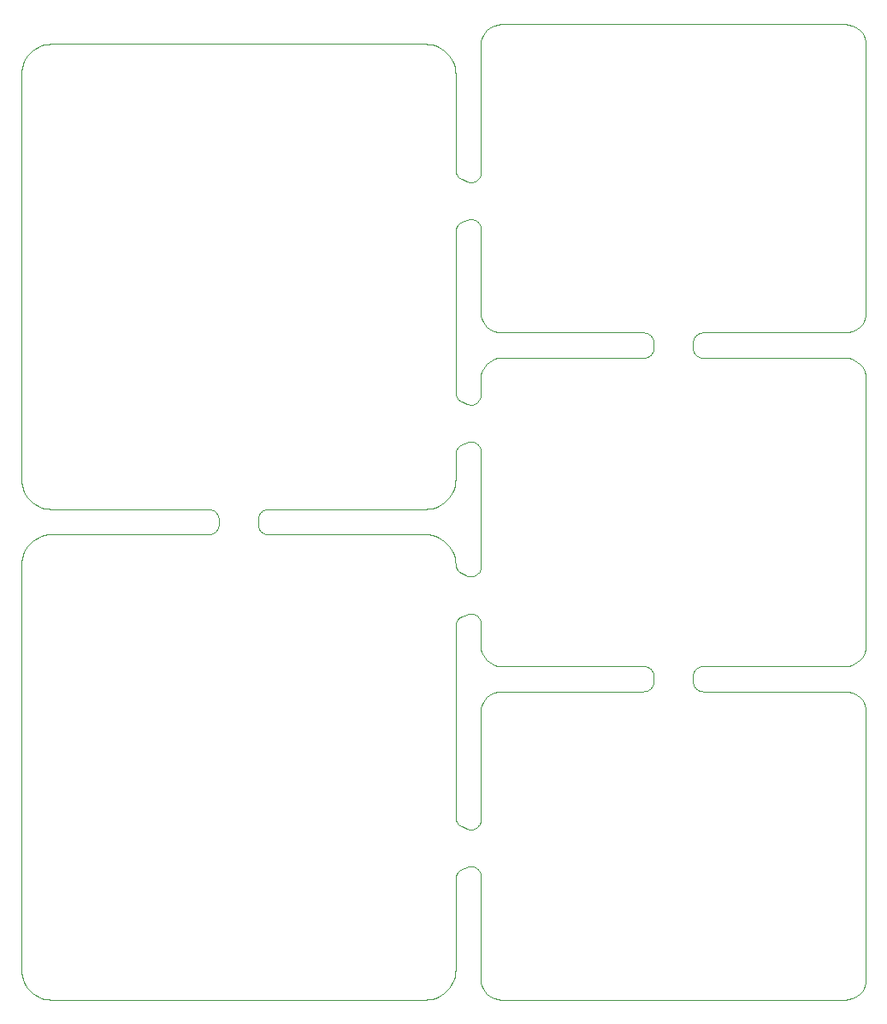
<source format=gko>
%MOIN*%
%OFA0B0*%
%FSLAX36Y36*%
%IPPOS*%
%LPD*%
%ADD10C,0*%
D10*
X000730481Y001811023D02*
X000730481Y001811023D01*
X000118110Y001811023D01*
X000104885Y001810281D01*
X000091827Y001808062D01*
X000079100Y001804395D01*
X000066864Y001799327D01*
X000055271Y001792920D01*
X000044469Y001785255D01*
X000034593Y001776429D01*
X000025767Y001766553D01*
X000018103Y001755752D01*
X000011696Y001744159D01*
X000006627Y001731922D01*
X000002960Y001719195D01*
X000000742Y001706137D01*
X000000000Y001692913D01*
X000000000Y000118110D01*
X000000742Y000104886D01*
X000002960Y000091828D01*
X000006627Y000079101D01*
X000011696Y000066864D01*
X000018103Y000055272D01*
X000025767Y000044470D01*
X000034593Y000034594D01*
X000044469Y000025768D01*
X000055271Y000018103D01*
X000066864Y000011696D01*
X000079100Y000006628D01*
X000091827Y000002961D01*
X000104885Y000000742D01*
X000118110Y000000000D01*
X001574803Y000000000D01*
X001588026Y000000742D01*
X001601084Y000002961D01*
X001613812Y000006628D01*
X001626048Y000011696D01*
X001637641Y000018103D01*
X001648442Y000025768D01*
X001658319Y000034593D01*
X001667144Y000044470D01*
X001674809Y000055272D01*
X001681216Y000066864D01*
X001686284Y000079101D01*
X001689951Y000091828D01*
X001692170Y000104886D01*
X001692913Y000118110D01*
X001692913Y000470876D01*
X001692980Y000473174D01*
X001693181Y000475464D01*
X001693515Y000477738D01*
X001693982Y000479989D01*
X001694579Y000482209D01*
X001695305Y000484390D01*
X001696157Y000486525D01*
X001697132Y000488607D01*
X001698226Y000490629D01*
X001699437Y000492583D01*
X001700760Y000494463D01*
X001702191Y000496262D01*
X001703723Y000497975D01*
X001705354Y000499596D01*
X001707076Y000501119D01*
X001708884Y000502538D01*
X001710772Y000503850D01*
X001712733Y000505049D01*
X001714761Y000506132D01*
X001716848Y000507094D01*
X001736533Y000515483D01*
X001740177Y000516828D01*
X001743935Y000517807D01*
X001747771Y000518411D01*
X001751648Y000518634D01*
X001755528Y000518473D01*
X001759374Y000517932D01*
X001763148Y000517014D01*
X001766812Y000515729D01*
X001770333Y000514089D01*
X001773674Y000512110D01*
X001776805Y000509812D01*
X001779693Y000507216D01*
X001782312Y000504349D01*
X001784636Y000501237D01*
X001786642Y000497912D01*
X001788310Y000494405D01*
X001789625Y000490751D01*
X001790574Y000486985D01*
X001791146Y000483144D01*
X001791338Y000479265D01*
X001791338Y000078740D01*
X001792307Y000066422D01*
X001795192Y000054408D01*
X001799920Y000042993D01*
X001806376Y000032458D01*
X001814400Y000023062D01*
X001823795Y000015038D01*
X001834330Y000008582D01*
X001845746Y000003853D01*
X001857760Y000000969D01*
X001870078Y000000000D01*
X003212597Y000000000D01*
X003224915Y000000969D01*
X003236930Y000003853D01*
X003248344Y000008582D01*
X003258879Y000015038D01*
X003268275Y000023062D01*
X003276300Y000032458D01*
X003282755Y000042993D01*
X003287484Y000054408D01*
X003290368Y000066422D01*
X003291338Y000078740D01*
X003291338Y001121259D01*
X003290368Y001133577D01*
X003287484Y001145592D01*
X003282755Y001157007D01*
X003276300Y001167541D01*
X003268275Y001176937D01*
X003258879Y001184962D01*
X003248345Y001191418D01*
X003236930Y001196146D01*
X003224915Y001199030D01*
X003212597Y001199999D01*
X002657313Y001199999D01*
X002654224Y001200121D01*
X002651154Y001200484D01*
X002648122Y001201087D01*
X002645147Y001201926D01*
X002642246Y001202996D01*
X002639439Y001204291D01*
X002636742Y001205801D01*
X002634172Y001207518D01*
X002631744Y001209432D01*
X002629474Y001211531D01*
X002627376Y001213801D01*
X002625462Y001216228D01*
X002623744Y001218799D01*
X002622234Y001221496D01*
X002620940Y001224303D01*
X002619870Y001227204D01*
X002619030Y001230179D01*
X002618427Y001233211D01*
X002618064Y001236281D01*
X002617943Y001239370D01*
X002617943Y001259055D01*
X002618064Y001262144D01*
X002618427Y001265214D01*
X002619030Y001268245D01*
X002619870Y001271221D01*
X002620940Y001274121D01*
X002622234Y001276928D01*
X002623744Y001279626D01*
X002625462Y001282196D01*
X002627376Y001284624D01*
X002629474Y001286894D01*
X002631744Y001288992D01*
X002634172Y001290906D01*
X002636742Y001292623D01*
X002639439Y001294134D01*
X002642246Y001295428D01*
X002645147Y001296498D01*
X002648122Y001297337D01*
X002651154Y001297940D01*
X002654224Y001298303D01*
X002657313Y001298425D01*
X003212597Y001298425D01*
X003224915Y001299394D01*
X003236930Y001302279D01*
X003248344Y001307007D01*
X003258879Y001313463D01*
X003268275Y001321487D01*
X003276300Y001330883D01*
X003282755Y001341418D01*
X003287484Y001352833D01*
X003290368Y001364847D01*
X003291338Y001377165D01*
X003291338Y002419684D01*
X003290368Y002432002D01*
X003287484Y002444017D01*
X003282755Y002455432D01*
X003276300Y002465967D01*
X003268275Y002475363D01*
X003258879Y002483387D01*
X003248345Y002489843D01*
X003236930Y002494571D01*
X003224915Y002497455D01*
X003212597Y002498425D01*
X002657313Y002498425D01*
X002654224Y002498546D01*
X002651154Y002498909D01*
X002648122Y002499512D01*
X002645147Y002500352D01*
X002642246Y002501421D01*
X002639439Y002502716D01*
X002636742Y002504226D01*
X002634172Y002505944D01*
X002631744Y002507857D01*
X002629474Y002509956D01*
X002627376Y002512226D01*
X002625462Y002514654D01*
X002623744Y002517224D01*
X002622234Y002519921D01*
X002620940Y002522728D01*
X002619870Y002525629D01*
X002619030Y002528604D01*
X002618427Y002531636D01*
X002618064Y002534706D01*
X002617943Y002537795D01*
X002617943Y002557480D01*
X002618064Y002560569D01*
X002618427Y002563639D01*
X002619030Y002566671D01*
X002619870Y002569646D01*
X002620940Y002572546D01*
X002622234Y002575353D01*
X002623744Y002578051D01*
X002625462Y002580621D01*
X002627376Y002583049D01*
X002629474Y002585319D01*
X002631744Y002587417D01*
X002634172Y002589331D01*
X002636742Y002591048D01*
X002639439Y002592559D01*
X002642246Y002593853D01*
X002645147Y002594923D01*
X002648122Y002595762D01*
X002651154Y002596365D01*
X002654224Y002596729D01*
X002657313Y002596850D01*
X003212597Y002596850D01*
X003224915Y002597820D01*
X003236930Y002600704D01*
X003248344Y002605432D01*
X003258879Y002611888D01*
X003268275Y002619912D01*
X003276300Y002629308D01*
X003282755Y002639843D01*
X003287484Y002651258D01*
X003290368Y002663273D01*
X003291338Y002675590D01*
X003291338Y003718110D01*
X003290368Y003730427D01*
X003287484Y003742442D01*
X003282755Y003753857D01*
X003276300Y003764392D01*
X003268275Y003773788D01*
X003258879Y003781812D01*
X003248345Y003788268D01*
X003236930Y003792996D01*
X003224915Y003795880D01*
X003212597Y003796850D01*
X001870078Y003796850D01*
X001857760Y003795880D01*
X001845746Y003792996D01*
X001834330Y003788268D01*
X001823795Y003781812D01*
X001814400Y003773788D01*
X001806376Y003764392D01*
X001799920Y003753857D01*
X001795192Y003742442D01*
X001792307Y003730427D01*
X001791338Y003718110D01*
X001791338Y003221522D01*
X001791146Y003217643D01*
X001790574Y003213802D01*
X001789625Y003210036D01*
X001788310Y003206382D01*
X001786642Y003202875D01*
X001784636Y003199549D01*
X001782312Y003196438D01*
X001779693Y003193570D01*
X001776805Y003190974D01*
X001773674Y003188676D01*
X001770333Y003186697D01*
X001766812Y003185057D01*
X001763148Y003183772D01*
X001759374Y003182854D01*
X001755528Y003182313D01*
X001751648Y003182153D01*
X001747771Y003182376D01*
X001743935Y003182980D01*
X001740177Y003183959D01*
X001736533Y003185303D01*
X001716848Y003193692D01*
X001714761Y003194654D01*
X001712733Y003195737D01*
X001710772Y003196937D01*
X001708884Y003198248D01*
X001707076Y003199668D01*
X001705354Y003201191D01*
X001703723Y003202811D01*
X001702191Y003204524D01*
X001700760Y003206324D01*
X001699437Y003208204D01*
X001698226Y003210158D01*
X001697132Y003212179D01*
X001696157Y003214261D01*
X001695305Y003216396D01*
X001694579Y003218577D01*
X001693982Y003220797D01*
X001693515Y003223048D01*
X001693181Y003225323D01*
X001692980Y003227613D01*
X001692913Y003229910D01*
X001692913Y003602362D01*
X001692170Y003615586D01*
X001689951Y003628644D01*
X001686284Y003641371D01*
X001681216Y003653608D01*
X001674809Y003665200D01*
X001667144Y003676002D01*
X001658319Y003685878D01*
X001648442Y003694704D01*
X001637641Y003702369D01*
X001626048Y003708775D01*
X001613812Y003713844D01*
X001601084Y003717511D01*
X001588026Y003719730D01*
X001574803Y003720472D01*
X000118110Y003720472D01*
X000104885Y003719730D01*
X000091827Y003717511D01*
X000079100Y003713844D01*
X000066864Y003708775D01*
X000055271Y003702369D01*
X000044469Y003694704D01*
X000034593Y003685878D01*
X000025767Y003676002D01*
X000018103Y003665200D01*
X000011696Y003653608D01*
X000006627Y003641371D01*
X000002960Y003628644D01*
X000000742Y003615586D01*
X000000000Y003602362D01*
X000000000Y002027559D01*
X000000742Y002014335D01*
X000002960Y002001277D01*
X000006627Y001988550D01*
X000011696Y001976313D01*
X000018103Y001964720D01*
X000025767Y001953918D01*
X000034593Y001944042D01*
X000044469Y001935217D01*
X000055271Y001927552D01*
X000066864Y001921145D01*
X000079100Y001916077D01*
X000091827Y001912410D01*
X000104885Y001910191D01*
X000118110Y001909449D01*
X000730481Y001909449D01*
X000733570Y001909327D01*
X000736640Y001908964D01*
X000739672Y001908361D01*
X000742647Y001907522D01*
X000745548Y001906452D01*
X000748355Y001905157D01*
X000751052Y001903647D01*
X000753623Y001901930D01*
X000756050Y001900016D01*
X000758320Y001897917D01*
X000760419Y001895647D01*
X000762332Y001893220D01*
X000764050Y001890649D01*
X000765560Y001887952D01*
X000766855Y001885145D01*
X000767925Y001882245D01*
X000768764Y001879269D01*
X000769367Y001876237D01*
X000769730Y001873167D01*
X000769851Y001870078D01*
X000769851Y001850393D01*
X000769730Y001847304D01*
X000769367Y001844234D01*
X000768764Y001841203D01*
X000767925Y001838227D01*
X000766855Y001835327D01*
X000765560Y001832520D01*
X000764050Y001829823D01*
X000762332Y001827252D01*
X000760419Y001824824D01*
X000758320Y001822554D01*
X000756050Y001820456D01*
X000753623Y001818542D01*
X000751052Y001816825D01*
X000748355Y001815314D01*
X000745548Y001814020D01*
X000742647Y001812950D01*
X000739672Y001812111D01*
X000736640Y001811508D01*
X000733570Y001811145D01*
X000730481Y001811023D01*
X001791338Y002355380D02*
X001791338Y002355380D01*
X001791146Y002351501D01*
X001790574Y002347660D01*
X001789625Y002343894D01*
X001788310Y002340240D01*
X001786642Y002336733D01*
X001784636Y002333408D01*
X001782312Y002330296D01*
X001779693Y002327428D01*
X001776805Y002324833D01*
X001773674Y002322534D01*
X001770333Y002320556D01*
X001766812Y002318916D01*
X001763148Y002317631D01*
X001759374Y002316713D01*
X001755528Y002316171D01*
X001751648Y002316011D01*
X001747771Y002316234D01*
X001743935Y002316838D01*
X001740177Y002317817D01*
X001736533Y002319161D01*
X001716848Y002327550D01*
X001714761Y002328513D01*
X001712733Y002329596D01*
X001710772Y002330795D01*
X001708884Y002332106D01*
X001707076Y002333526D01*
X001705354Y002335049D01*
X001703723Y002336670D01*
X001702191Y002338383D01*
X001700760Y002340182D01*
X001699437Y002342062D01*
X001698226Y002344016D01*
X001697132Y002346038D01*
X001696157Y002348119D01*
X001695305Y002350254D01*
X001694579Y002352436D01*
X001693982Y002354656D01*
X001693515Y002356907D01*
X001693181Y002359181D01*
X001692980Y002361471D01*
X001692913Y002363769D01*
X001692913Y002990561D01*
X001692980Y002992859D01*
X001693181Y002995149D01*
X001693515Y002997423D01*
X001693982Y002999674D01*
X001694579Y003001894D01*
X001695305Y003004075D01*
X001696157Y003006210D01*
X001697132Y003008292D01*
X001698226Y003010314D01*
X001699437Y003012268D01*
X001700760Y003014148D01*
X001702191Y003015947D01*
X001703723Y003017660D01*
X001705354Y003019281D01*
X001707076Y003020804D01*
X001708884Y003022223D01*
X001710772Y003023535D01*
X001712733Y003024734D01*
X001714761Y003025817D01*
X001716848Y003026780D01*
X001736533Y003035168D01*
X001740177Y003036513D01*
X001743935Y003037492D01*
X001747771Y003038096D01*
X001751648Y003038319D01*
X001755528Y003038159D01*
X001759374Y003037617D01*
X001763148Y003036699D01*
X001766812Y003035414D01*
X001770333Y003033774D01*
X001773674Y003031795D01*
X001776805Y003029497D01*
X001779693Y003026901D01*
X001782312Y003024034D01*
X001784636Y003020922D01*
X001786642Y003017597D01*
X001788310Y003014090D01*
X001789625Y003010436D01*
X001790574Y003006670D01*
X001791146Y003002829D01*
X001791338Y002998950D01*
X001791338Y002675590D01*
X001792307Y002663273D01*
X001795192Y002651258D01*
X001799920Y002639843D01*
X001806376Y002629308D01*
X001814400Y002619912D01*
X001823795Y002611888D01*
X001834330Y002605432D01*
X001845746Y002600704D01*
X001857760Y002597820D01*
X001870078Y002596850D01*
X002425363Y002596850D01*
X002428452Y002596729D01*
X002431522Y002596365D01*
X002434554Y002595762D01*
X002437529Y002594923D01*
X002440430Y002593853D01*
X002443237Y002592559D01*
X002445934Y002591048D01*
X002448504Y002589331D01*
X002450932Y002587417D01*
X002453202Y002585319D01*
X002455300Y002583049D01*
X002457214Y002580621D01*
X002458932Y002578051D01*
X002460442Y002575353D01*
X002461736Y002572546D01*
X002462806Y002569646D01*
X002463646Y002566671D01*
X002464249Y002563639D01*
X002464612Y002560569D01*
X002464733Y002557480D01*
X002464733Y002537795D01*
X002464612Y002534706D01*
X002464249Y002531636D01*
X002463646Y002528604D01*
X002462806Y002525629D01*
X002461736Y002522728D01*
X002460442Y002519921D01*
X002458932Y002517224D01*
X002457214Y002514654D01*
X002455300Y002512226D01*
X002453202Y002509956D01*
X002450932Y002507857D01*
X002448504Y002505944D01*
X002445934Y002504226D01*
X002443237Y002502716D01*
X002440430Y002501421D01*
X002437529Y002500352D01*
X002434554Y002499512D01*
X002431522Y002498909D01*
X002428452Y002498546D01*
X002425363Y002498425D01*
X001870078Y002498425D01*
X001857760Y002497455D01*
X001845746Y002494571D01*
X001834330Y002489843D01*
X001823795Y002483387D01*
X001814400Y002475363D01*
X001806376Y002465967D01*
X001799920Y002455432D01*
X001795192Y002444017D01*
X001792307Y002432002D01*
X001791338Y002419684D01*
X001791338Y002355380D01*
X001692913Y001455128D02*
X001692913Y001455128D01*
X001692980Y001457426D01*
X001693181Y001459716D01*
X001693515Y001461990D01*
X001693982Y001464241D01*
X001694579Y001466461D01*
X001695305Y001468642D01*
X001696157Y001470777D01*
X001697132Y001472859D01*
X001698226Y001474880D01*
X001699437Y001476834D01*
X001700760Y001478714D01*
X001702191Y001480514D01*
X001703723Y001482227D01*
X001705354Y001483848D01*
X001707076Y001485371D01*
X001708884Y001486790D01*
X001710772Y001488102D01*
X001712733Y001489301D01*
X001714761Y001490384D01*
X001716848Y001491346D01*
X001736533Y001499735D01*
X001740177Y001501080D01*
X001743935Y001502059D01*
X001747771Y001502662D01*
X001751648Y001502886D01*
X001755528Y001502725D01*
X001759374Y001502184D01*
X001763148Y001501266D01*
X001766812Y001499981D01*
X001770333Y001498341D01*
X001773674Y001496362D01*
X001776805Y001494064D01*
X001779693Y001491468D01*
X001782312Y001488601D01*
X001784636Y001485489D01*
X001786642Y001482164D01*
X001788310Y001478657D01*
X001789625Y001475003D01*
X001790574Y001471237D01*
X001791146Y001467396D01*
X001791338Y001463517D01*
X001791338Y001377165D01*
X001792307Y001364847D01*
X001795192Y001352833D01*
X001799920Y001341418D01*
X001806376Y001330883D01*
X001814400Y001321487D01*
X001823795Y001313463D01*
X001834330Y001307007D01*
X001845746Y001302279D01*
X001857760Y001299394D01*
X001870078Y001298425D01*
X002425363Y001298425D01*
X002428452Y001298303D01*
X002431522Y001297940D01*
X002434554Y001297337D01*
X002437529Y001296498D01*
X002440430Y001295428D01*
X002443237Y001294134D01*
X002445934Y001292623D01*
X002448504Y001290906D01*
X002450932Y001288992D01*
X002453202Y001286894D01*
X002455300Y001284624D01*
X002457214Y001282196D01*
X002458932Y001279626D01*
X002460442Y001276928D01*
X002461736Y001274121D01*
X002462806Y001271221D01*
X002463646Y001268245D01*
X002464249Y001265214D01*
X002464612Y001262144D01*
X002464733Y001259055D01*
X002464733Y001239370D01*
X002464612Y001236281D01*
X002464249Y001233211D01*
X002463646Y001230179D01*
X002462806Y001227204D01*
X002461736Y001224303D01*
X002460442Y001221496D01*
X002458932Y001218799D01*
X002457214Y001216228D01*
X002455300Y001213801D01*
X002453202Y001211531D01*
X002450932Y001209432D01*
X002448504Y001207518D01*
X002445934Y001205801D01*
X002443237Y001204291D01*
X002440430Y001202996D01*
X002437529Y001201926D01*
X002434554Y001201087D01*
X002431522Y001200484D01*
X002428452Y001200121D01*
X002425363Y001199999D01*
X001870078Y001199999D01*
X001857760Y001199030D01*
X001845746Y001196146D01*
X001834330Y001191418D01*
X001823795Y001184962D01*
X001814400Y001176937D01*
X001806376Y001167541D01*
X001799920Y001157007D01*
X001795192Y001145592D01*
X001792307Y001133577D01*
X001791338Y001121259D01*
X001791338Y000701837D01*
X001791146Y000697958D01*
X001790574Y000694117D01*
X001789625Y000690351D01*
X001788310Y000686697D01*
X001786642Y000683190D01*
X001784636Y000679864D01*
X001782312Y000676753D01*
X001779693Y000673885D01*
X001776805Y000671289D01*
X001773674Y000668991D01*
X001770333Y000667012D01*
X001766812Y000665372D01*
X001763148Y000664087D01*
X001759374Y000663169D01*
X001755528Y000662628D01*
X001751648Y000662468D01*
X001747771Y000662691D01*
X001743935Y000663295D01*
X001740177Y000664274D01*
X001736533Y000665618D01*
X001716848Y000674007D01*
X001714761Y000674969D01*
X001712733Y000676052D01*
X001710772Y000677251D01*
X001708884Y000678563D01*
X001707076Y000679983D01*
X001705354Y000681506D01*
X001703723Y000683126D01*
X001702191Y000684839D01*
X001700760Y000686639D01*
X001699437Y000688519D01*
X001698226Y000690473D01*
X001697132Y000692494D01*
X001696157Y000694576D01*
X001695305Y000696711D01*
X001694579Y000698892D01*
X001693982Y000701112D01*
X001693515Y000703363D01*
X001693181Y000705638D01*
X001692980Y000707928D01*
X001692913Y000710225D01*
X001692913Y001455128D01*
X001791338Y001686089D02*
X001791338Y001686089D01*
X001791129Y001682040D01*
X001790505Y001678034D01*
X001789472Y001674114D01*
X001788042Y001670320D01*
X001786229Y001666694D01*
X001784053Y001663273D01*
X001781537Y001660095D01*
X001778707Y001657192D01*
X001775593Y001654595D01*
X001772229Y001652332D01*
X001768650Y001650428D01*
X001764895Y001648901D01*
X001761002Y001647769D01*
X001757013Y001647043D01*
X001752971Y001646731D01*
X001748918Y001646837D01*
X001744898Y001647359D01*
X001740952Y001648291D01*
X001737124Y001649624D01*
X001733452Y001651344D01*
X001713619Y001661913D01*
X001711864Y001662907D01*
X001710161Y001663990D01*
X001708516Y001665159D01*
X001706934Y001666410D01*
X001705417Y001667741D01*
X001703971Y001669147D01*
X001702599Y001670626D01*
X001701304Y001672174D01*
X001700090Y001673785D01*
X001698960Y001675457D01*
X001697918Y001677184D01*
X001696965Y001678963D01*
X001696105Y001680788D01*
X001695339Y001682654D01*
X001694670Y001684558D01*
X001694099Y001686493D01*
X001693629Y001688455D01*
X001693259Y001690438D01*
X001692991Y001692438D01*
X001692827Y001694449D01*
X001692170Y001706137D01*
X001689951Y001719195D01*
X001686284Y001731922D01*
X001681216Y001744159D01*
X001674809Y001755752D01*
X001667144Y001766553D01*
X001658319Y001776429D01*
X001648442Y001785255D01*
X001637641Y001792920D01*
X001626048Y001799327D01*
X001613812Y001804395D01*
X001601084Y001808062D01*
X001588026Y001810281D01*
X001574803Y001811023D01*
X000962431Y001811023D01*
X000959342Y001811145D01*
X000956272Y001811508D01*
X000953240Y001812111D01*
X000950265Y001812950D01*
X000947365Y001814020D01*
X000944557Y001815314D01*
X000941860Y001816825D01*
X000939290Y001818542D01*
X000936862Y001820456D01*
X000934592Y001822554D01*
X000932494Y001824825D01*
X000930580Y001827252D01*
X000928862Y001829823D01*
X000927352Y001832520D01*
X000926058Y001835327D01*
X000924988Y001838227D01*
X000924149Y001841203D01*
X000923546Y001844234D01*
X000923182Y001847304D01*
X000923061Y001850393D01*
X000923061Y001870078D01*
X000923182Y001873167D01*
X000923546Y001876237D01*
X000924149Y001879269D01*
X000924988Y001882244D01*
X000926058Y001885145D01*
X000927352Y001887952D01*
X000928862Y001890649D01*
X000930580Y001893220D01*
X000932494Y001895647D01*
X000934592Y001897917D01*
X000936862Y001900016D01*
X000939290Y001901930D01*
X000941860Y001903647D01*
X000944557Y001905157D01*
X000947365Y001906452D01*
X000950265Y001907522D01*
X000953240Y001908361D01*
X000956272Y001908964D01*
X000959342Y001909327D01*
X000962431Y001909449D01*
X001574803Y001909448D01*
X001588026Y001910191D01*
X001601084Y001912410D01*
X001613812Y001916077D01*
X001626048Y001921145D01*
X001637641Y001927552D01*
X001648442Y001935217D01*
X001658319Y001944042D01*
X001667144Y001953918D01*
X001674809Y001964720D01*
X001681216Y001976313D01*
X001686284Y001988550D01*
X001689951Y002001277D01*
X001692170Y002014335D01*
X001692913Y002027559D01*
X001692913Y002124419D01*
X001692980Y002126717D01*
X001693181Y002129007D01*
X001693515Y002131281D01*
X001693982Y002133532D01*
X001694579Y002135752D01*
X001695305Y002137933D01*
X001696157Y002140069D01*
X001697132Y002142150D01*
X001698226Y002144172D01*
X001699437Y002146126D01*
X001700760Y002148006D01*
X001702191Y002149805D01*
X001703723Y002151518D01*
X001705354Y002153139D01*
X001707076Y002154662D01*
X001708884Y002156082D01*
X001710772Y002157393D01*
X001712733Y002158592D01*
X001714761Y002159675D01*
X001716848Y002160638D01*
X001736533Y002169027D01*
X001740177Y002170371D01*
X001743935Y002171350D01*
X001747771Y002171954D01*
X001751648Y002172177D01*
X001755528Y002172017D01*
X001759374Y002171475D01*
X001763148Y002170557D01*
X001766812Y002169272D01*
X001770333Y002167632D01*
X001773674Y002165654D01*
X001776805Y002163355D01*
X001779693Y002160760D01*
X001782312Y002157892D01*
X001784636Y002154780D01*
X001786642Y002151455D01*
X001788310Y002147948D01*
X001789625Y002144294D01*
X001790574Y002140528D01*
X001791146Y002136687D01*
X001791338Y002132808D01*
X001791338Y001686089D01*
M02*
</source>
